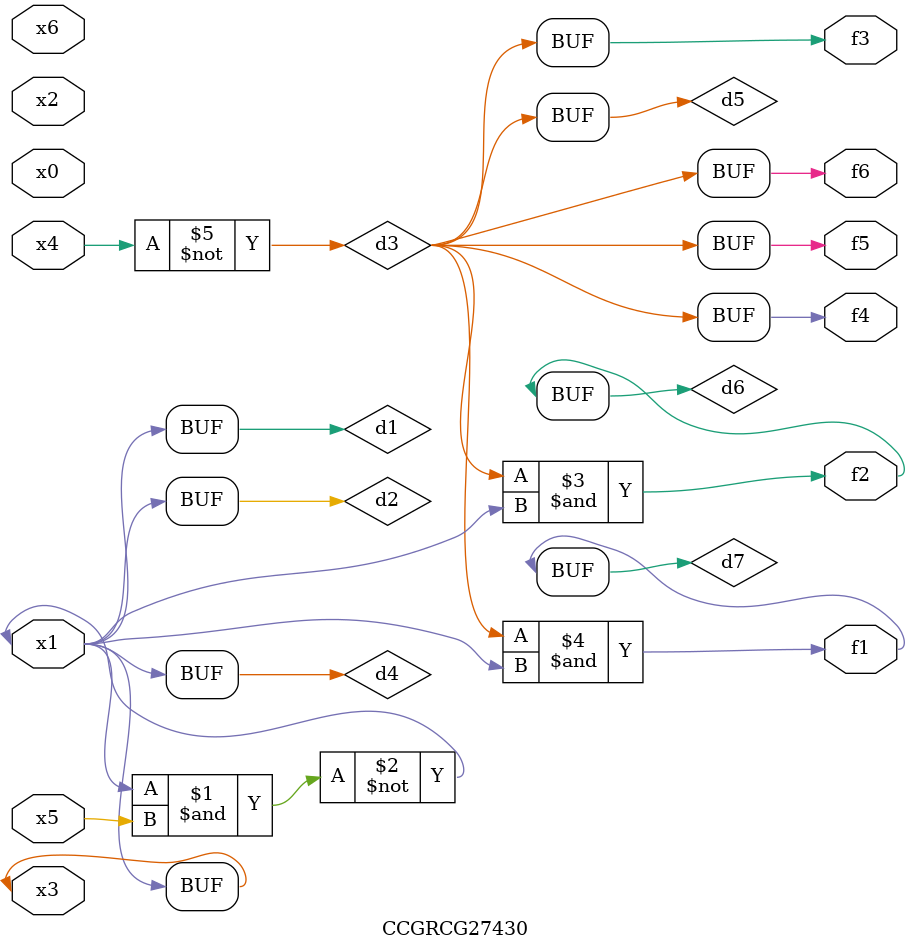
<source format=v>
module CCGRCG27430(
	input x0, x1, x2, x3, x4, x5, x6,
	output f1, f2, f3, f4, f5, f6
);

	wire d1, d2, d3, d4, d5, d6, d7;

	buf (d1, x1, x3);
	nand (d2, x1, x5);
	not (d3, x4);
	buf (d4, d1, d2);
	buf (d5, d3);
	and (d6, d3, d4);
	and (d7, d3, d4);
	assign f1 = d7;
	assign f2 = d6;
	assign f3 = d5;
	assign f4 = d5;
	assign f5 = d5;
	assign f6 = d5;
endmodule

</source>
